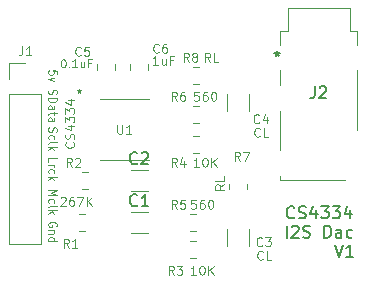
<source format=gbr>
%TF.GenerationSoftware,KiCad,Pcbnew,(6.0.7)*%
%TF.CreationDate,2023-03-19T22:57:20-05:00*%
%TF.ProjectId,CS4334wHeadphoneJack,43533433-3334-4774-9865-616470686f6e,rev?*%
%TF.SameCoordinates,Original*%
%TF.FileFunction,Legend,Top*%
%TF.FilePolarity,Positive*%
%FSLAX46Y46*%
G04 Gerber Fmt 4.6, Leading zero omitted, Abs format (unit mm)*
G04 Created by KiCad (PCBNEW (6.0.7)) date 2023-03-19 22:57:20*
%MOMM*%
%LPD*%
G01*
G04 APERTURE LIST*
%ADD10C,0.177800*%
%ADD11C,0.088900*%
%ADD12C,0.101600*%
%ADD13C,0.150000*%
%ADD14C,0.120000*%
G04 APERTURE END LIST*
D10*
X177727428Y-108256977D02*
X177679047Y-108305358D01*
X177533904Y-108353739D01*
X177437142Y-108353739D01*
X177292000Y-108305358D01*
X177195238Y-108208596D01*
X177146857Y-108111834D01*
X177098476Y-107918310D01*
X177098476Y-107773167D01*
X177146857Y-107579643D01*
X177195238Y-107482881D01*
X177292000Y-107386120D01*
X177437142Y-107337739D01*
X177533904Y-107337739D01*
X177679047Y-107386120D01*
X177727428Y-107434500D01*
X178114476Y-108305358D02*
X178259619Y-108353739D01*
X178501523Y-108353739D01*
X178598285Y-108305358D01*
X178646666Y-108256977D01*
X178695047Y-108160215D01*
X178695047Y-108063453D01*
X178646666Y-107966691D01*
X178598285Y-107918310D01*
X178501523Y-107869929D01*
X178308000Y-107821548D01*
X178211238Y-107773167D01*
X178162857Y-107724786D01*
X178114476Y-107628024D01*
X178114476Y-107531262D01*
X178162857Y-107434500D01*
X178211238Y-107386120D01*
X178308000Y-107337739D01*
X178549904Y-107337739D01*
X178695047Y-107386120D01*
X179565904Y-107676405D02*
X179565904Y-108353739D01*
X179324000Y-107289358D02*
X179082095Y-108015072D01*
X179711047Y-108015072D01*
X180001333Y-107337739D02*
X180630285Y-107337739D01*
X180291619Y-107724786D01*
X180436761Y-107724786D01*
X180533523Y-107773167D01*
X180581904Y-107821548D01*
X180630285Y-107918310D01*
X180630285Y-108160215D01*
X180581904Y-108256977D01*
X180533523Y-108305358D01*
X180436761Y-108353739D01*
X180146476Y-108353739D01*
X180049714Y-108305358D01*
X180001333Y-108256977D01*
X180968952Y-107337739D02*
X181597904Y-107337739D01*
X181259238Y-107724786D01*
X181404380Y-107724786D01*
X181501142Y-107773167D01*
X181549523Y-107821548D01*
X181597904Y-107918310D01*
X181597904Y-108160215D01*
X181549523Y-108256977D01*
X181501142Y-108305358D01*
X181404380Y-108353739D01*
X181114095Y-108353739D01*
X181017333Y-108305358D01*
X180968952Y-108256977D01*
X182468761Y-107676405D02*
X182468761Y-108353739D01*
X182226857Y-107289358D02*
X181984952Y-108015072D01*
X182613904Y-108015072D01*
X177074285Y-109989499D02*
X177074285Y-108973499D01*
X177509714Y-109070260D02*
X177558095Y-109021880D01*
X177654857Y-108973499D01*
X177896761Y-108973499D01*
X177993523Y-109021880D01*
X178041904Y-109070260D01*
X178090285Y-109167022D01*
X178090285Y-109263784D01*
X178041904Y-109408927D01*
X177461333Y-109989499D01*
X178090285Y-109989499D01*
X178477333Y-109941118D02*
X178622476Y-109989499D01*
X178864380Y-109989499D01*
X178961142Y-109941118D01*
X179009523Y-109892737D01*
X179057904Y-109795975D01*
X179057904Y-109699213D01*
X179009523Y-109602451D01*
X178961142Y-109554070D01*
X178864380Y-109505689D01*
X178670857Y-109457308D01*
X178574095Y-109408927D01*
X178525714Y-109360546D01*
X178477333Y-109263784D01*
X178477333Y-109167022D01*
X178525714Y-109070260D01*
X178574095Y-109021880D01*
X178670857Y-108973499D01*
X178912761Y-108973499D01*
X179057904Y-109021880D01*
X180267428Y-109989499D02*
X180267428Y-108973499D01*
X180509333Y-108973499D01*
X180654476Y-109021880D01*
X180751238Y-109118641D01*
X180799619Y-109215403D01*
X180848000Y-109408927D01*
X180848000Y-109554070D01*
X180799619Y-109747594D01*
X180751238Y-109844356D01*
X180654476Y-109941118D01*
X180509333Y-109989499D01*
X180267428Y-109989499D01*
X181718857Y-109989499D02*
X181718857Y-109457308D01*
X181670476Y-109360546D01*
X181573714Y-109312165D01*
X181380190Y-109312165D01*
X181283428Y-109360546D01*
X181718857Y-109941118D02*
X181622095Y-109989499D01*
X181380190Y-109989499D01*
X181283428Y-109941118D01*
X181235047Y-109844356D01*
X181235047Y-109747594D01*
X181283428Y-109650832D01*
X181380190Y-109602451D01*
X181622095Y-109602451D01*
X181718857Y-109554070D01*
X182638095Y-109941118D02*
X182541333Y-109989499D01*
X182347809Y-109989499D01*
X182251047Y-109941118D01*
X182202666Y-109892737D01*
X182154285Y-109795975D01*
X182154285Y-109505689D01*
X182202666Y-109408927D01*
X182251047Y-109360546D01*
X182347809Y-109312165D01*
X182541333Y-109312165D01*
X182638095Y-109360546D01*
D11*
X156948414Y-97450728D02*
X156915757Y-97548700D01*
X156915757Y-97711985D01*
X156948414Y-97777300D01*
X156981071Y-97809957D01*
X157046385Y-97842614D01*
X157111700Y-97842614D01*
X157177014Y-97809957D01*
X157209671Y-97777300D01*
X157242328Y-97711985D01*
X157274985Y-97581357D01*
X157307642Y-97516042D01*
X157340300Y-97483385D01*
X157405614Y-97450728D01*
X157470928Y-97450728D01*
X157536242Y-97483385D01*
X157568900Y-97516042D01*
X157601557Y-97581357D01*
X157601557Y-97744642D01*
X157568900Y-97842614D01*
X156915757Y-98136528D02*
X157601557Y-98136528D01*
X157601557Y-98299814D01*
X157568900Y-98397785D01*
X157503585Y-98463100D01*
X157438271Y-98495757D01*
X157307642Y-98528414D01*
X157209671Y-98528414D01*
X157079042Y-98495757D01*
X157013728Y-98463100D01*
X156948414Y-98397785D01*
X156915757Y-98299814D01*
X156915757Y-98136528D01*
X156915757Y-99116242D02*
X157274985Y-99116242D01*
X157340300Y-99083585D01*
X157372957Y-99018271D01*
X157372957Y-98887642D01*
X157340300Y-98822328D01*
X156948414Y-99116242D02*
X156915757Y-99050928D01*
X156915757Y-98887642D01*
X156948414Y-98822328D01*
X157013728Y-98789671D01*
X157079042Y-98789671D01*
X157144357Y-98822328D01*
X157177014Y-98887642D01*
X157177014Y-99050928D01*
X157209671Y-99116242D01*
X157372957Y-99344842D02*
X157372957Y-99606100D01*
X157601557Y-99442814D02*
X157013728Y-99442814D01*
X156948414Y-99475471D01*
X156915757Y-99540785D01*
X156915757Y-99606100D01*
X156915757Y-100128614D02*
X157274985Y-100128614D01*
X157340300Y-100095957D01*
X157372957Y-100030642D01*
X157372957Y-99900014D01*
X157340300Y-99834700D01*
X156948414Y-100128614D02*
X156915757Y-100063300D01*
X156915757Y-99900014D01*
X156948414Y-99834700D01*
X157013728Y-99802042D01*
X157079042Y-99802042D01*
X157144357Y-99834700D01*
X157177014Y-99900014D01*
X157177014Y-100063300D01*
X157209671Y-100128614D01*
X157601557Y-96168028D02*
X157601557Y-95841457D01*
X157274985Y-95808800D01*
X157307642Y-95841457D01*
X157340300Y-95906771D01*
X157340300Y-96070057D01*
X157307642Y-96135371D01*
X157274985Y-96168028D01*
X157209671Y-96200685D01*
X157046385Y-96200685D01*
X156981071Y-96168028D01*
X156948414Y-96135371D01*
X156915757Y-96070057D01*
X156915757Y-95906771D01*
X156948414Y-95841457D01*
X156981071Y-95808800D01*
X157372957Y-96429285D02*
X156915757Y-96592571D01*
X157372957Y-96755857D01*
X156948414Y-100652942D02*
X156915757Y-100750914D01*
X156915757Y-100914200D01*
X156948414Y-100979514D01*
X156981071Y-101012171D01*
X157046385Y-101044828D01*
X157111700Y-101044828D01*
X157177014Y-101012171D01*
X157209671Y-100979514D01*
X157242328Y-100914200D01*
X157274985Y-100783571D01*
X157307642Y-100718257D01*
X157340300Y-100685600D01*
X157405614Y-100652942D01*
X157470928Y-100652942D01*
X157536242Y-100685600D01*
X157568900Y-100718257D01*
X157601557Y-100783571D01*
X157601557Y-100946857D01*
X157568900Y-101044828D01*
X156948414Y-101632657D02*
X156915757Y-101567342D01*
X156915757Y-101436714D01*
X156948414Y-101371400D01*
X156981071Y-101338742D01*
X157046385Y-101306085D01*
X157242328Y-101306085D01*
X157307642Y-101338742D01*
X157340300Y-101371400D01*
X157372957Y-101436714D01*
X157372957Y-101567342D01*
X157340300Y-101632657D01*
X156915757Y-102024542D02*
X156948414Y-101959228D01*
X157013728Y-101926571D01*
X157601557Y-101926571D01*
X156915757Y-102285800D02*
X157601557Y-102285800D01*
X157177014Y-102351114D02*
X156915757Y-102547057D01*
X157372957Y-102547057D02*
X157111700Y-102285800D01*
D10*
X181168523Y-110568619D02*
X181507190Y-111584619D01*
X181845857Y-110568619D01*
X182716714Y-111584619D02*
X182136142Y-111584619D01*
X182426428Y-111584619D02*
X182426428Y-110568619D01*
X182329666Y-110713761D01*
X182232904Y-110810523D01*
X182136142Y-110858904D01*
D11*
X156915757Y-103568500D02*
X156915757Y-103241928D01*
X157601557Y-103241928D01*
X156915757Y-103797100D02*
X157372957Y-103797100D01*
X157242328Y-103797100D02*
X157307642Y-103829757D01*
X157340300Y-103862414D01*
X157372957Y-103927728D01*
X157372957Y-103993042D01*
X156948414Y-104515557D02*
X156915757Y-104450242D01*
X156915757Y-104319614D01*
X156948414Y-104254300D01*
X156981071Y-104221642D01*
X157046385Y-104188985D01*
X157242328Y-104188985D01*
X157307642Y-104221642D01*
X157340300Y-104254300D01*
X157372957Y-104319614D01*
X157372957Y-104450242D01*
X157340300Y-104515557D01*
X156915757Y-104809471D02*
X157601557Y-104809471D01*
X157177014Y-104874785D02*
X156915757Y-105070728D01*
X157372957Y-105070728D02*
X157111700Y-104809471D01*
X156915757Y-105954285D02*
X157601557Y-105954285D01*
X157111700Y-106182885D01*
X157601557Y-106411485D01*
X156915757Y-106411485D01*
X156948414Y-107031971D02*
X156915757Y-106966657D01*
X156915757Y-106836028D01*
X156948414Y-106770714D01*
X156981071Y-106738057D01*
X157046385Y-106705400D01*
X157242328Y-106705400D01*
X157307642Y-106738057D01*
X157340300Y-106770714D01*
X157372957Y-106836028D01*
X157372957Y-106966657D01*
X157340300Y-107031971D01*
X156915757Y-107423857D02*
X156948414Y-107358542D01*
X157013728Y-107325885D01*
X157601557Y-107325885D01*
X156915757Y-107685114D02*
X157601557Y-107685114D01*
X157177014Y-107750428D02*
X156915757Y-107946371D01*
X157372957Y-107946371D02*
X157111700Y-107685114D01*
X157568900Y-109033128D02*
X157601557Y-108967814D01*
X157601557Y-108869842D01*
X157568900Y-108771871D01*
X157503585Y-108706557D01*
X157438271Y-108673900D01*
X157307642Y-108641242D01*
X157209671Y-108641242D01*
X157079042Y-108673900D01*
X157013728Y-108706557D01*
X156948414Y-108771871D01*
X156915757Y-108869842D01*
X156915757Y-108935157D01*
X156948414Y-109033128D01*
X156981071Y-109065785D01*
X157209671Y-109065785D01*
X157209671Y-108935157D01*
X157372957Y-109359700D02*
X156915757Y-109359700D01*
X157307642Y-109359700D02*
X157340300Y-109392357D01*
X157372957Y-109457671D01*
X157372957Y-109555642D01*
X157340300Y-109620957D01*
X157274985Y-109653614D01*
X156915757Y-109653614D01*
X156915757Y-110274100D02*
X157601557Y-110274100D01*
X156948414Y-110274100D02*
X156915757Y-110208785D01*
X156915757Y-110078157D01*
X156948414Y-110012842D01*
X156981071Y-109980185D01*
X157046385Y-109947528D01*
X157242328Y-109947528D01*
X157307642Y-109980185D01*
X157340300Y-110012842D01*
X157372957Y-110078157D01*
X157372957Y-110208785D01*
X157340300Y-110274100D01*
D12*
%TO.C,C4*%
X174752000Y-100221142D02*
X174715714Y-100257428D01*
X174606857Y-100293714D01*
X174534285Y-100293714D01*
X174425428Y-100257428D01*
X174352857Y-100184857D01*
X174316571Y-100112285D01*
X174280285Y-99967142D01*
X174280285Y-99858285D01*
X174316571Y-99713142D01*
X174352857Y-99640571D01*
X174425428Y-99568000D01*
X174534285Y-99531714D01*
X174606857Y-99531714D01*
X174715714Y-99568000D01*
X174752000Y-99604285D01*
X175405142Y-99785714D02*
X175405142Y-100293714D01*
X175223714Y-99495428D02*
X175042285Y-100039714D01*
X175514000Y-100039714D01*
X174806428Y-101364142D02*
X174770142Y-101400428D01*
X174661285Y-101436714D01*
X174588714Y-101436714D01*
X174479857Y-101400428D01*
X174407285Y-101327857D01*
X174371000Y-101255285D01*
X174334714Y-101110142D01*
X174334714Y-101001285D01*
X174371000Y-100856142D01*
X174407285Y-100783571D01*
X174479857Y-100711000D01*
X174588714Y-100674714D01*
X174661285Y-100674714D01*
X174770142Y-100711000D01*
X174806428Y-100747285D01*
X175495857Y-101436714D02*
X175133000Y-101436714D01*
X175133000Y-100674714D01*
%TO.C,C3*%
X175006000Y-110635142D02*
X174969714Y-110671428D01*
X174860857Y-110707714D01*
X174788285Y-110707714D01*
X174679428Y-110671428D01*
X174606857Y-110598857D01*
X174570571Y-110526285D01*
X174534285Y-110381142D01*
X174534285Y-110272285D01*
X174570571Y-110127142D01*
X174606857Y-110054571D01*
X174679428Y-109982000D01*
X174788285Y-109945714D01*
X174860857Y-109945714D01*
X174969714Y-109982000D01*
X175006000Y-110018285D01*
X175260000Y-109945714D02*
X175731714Y-109945714D01*
X175477714Y-110236000D01*
X175586571Y-110236000D01*
X175659142Y-110272285D01*
X175695428Y-110308571D01*
X175731714Y-110381142D01*
X175731714Y-110562571D01*
X175695428Y-110635142D01*
X175659142Y-110671428D01*
X175586571Y-110707714D01*
X175368857Y-110707714D01*
X175296285Y-110671428D01*
X175260000Y-110635142D01*
X175060428Y-111778142D02*
X175024142Y-111814428D01*
X174915285Y-111850714D01*
X174842714Y-111850714D01*
X174733857Y-111814428D01*
X174661285Y-111741857D01*
X174625000Y-111669285D01*
X174588714Y-111524142D01*
X174588714Y-111415285D01*
X174625000Y-111270142D01*
X174661285Y-111197571D01*
X174733857Y-111125000D01*
X174842714Y-111088714D01*
X174915285Y-111088714D01*
X175024142Y-111125000D01*
X175060428Y-111161285D01*
X175749857Y-111850714D02*
X175387000Y-111850714D01*
X175387000Y-111088714D01*
D13*
%TO.C,C2*%
X164425333Y-103663142D02*
X164377714Y-103710761D01*
X164234857Y-103758380D01*
X164139619Y-103758380D01*
X163996761Y-103710761D01*
X163901523Y-103615523D01*
X163853904Y-103520285D01*
X163806285Y-103329809D01*
X163806285Y-103186952D01*
X163853904Y-102996476D01*
X163901523Y-102901238D01*
X163996761Y-102806000D01*
X164139619Y-102758380D01*
X164234857Y-102758380D01*
X164377714Y-102806000D01*
X164425333Y-102853619D01*
X164806285Y-102853619D02*
X164853904Y-102806000D01*
X164949142Y-102758380D01*
X165187238Y-102758380D01*
X165282476Y-102806000D01*
X165330095Y-102853619D01*
X165377714Y-102948857D01*
X165377714Y-103044095D01*
X165330095Y-103186952D01*
X164758666Y-103758380D01*
X165377714Y-103758380D01*
%TO.C,C1*%
X164425333Y-107219142D02*
X164377714Y-107266761D01*
X164234857Y-107314380D01*
X164139619Y-107314380D01*
X163996761Y-107266761D01*
X163901523Y-107171523D01*
X163853904Y-107076285D01*
X163806285Y-106885809D01*
X163806285Y-106742952D01*
X163853904Y-106552476D01*
X163901523Y-106457238D01*
X163996761Y-106362000D01*
X164139619Y-106314380D01*
X164234857Y-106314380D01*
X164377714Y-106362000D01*
X164425333Y-106409619D01*
X165377714Y-107314380D02*
X164806285Y-107314380D01*
X165092000Y-107314380D02*
X165092000Y-106314380D01*
X164996761Y-106457238D01*
X164901523Y-106552476D01*
X164806285Y-106600095D01*
D12*
%TO.C,R1*%
X158623000Y-110834714D02*
X158369000Y-110471857D01*
X158187571Y-110834714D02*
X158187571Y-110072714D01*
X158477857Y-110072714D01*
X158550428Y-110109000D01*
X158586714Y-110145285D01*
X158623000Y-110217857D01*
X158623000Y-110326714D01*
X158586714Y-110399285D01*
X158550428Y-110435571D01*
X158477857Y-110471857D01*
X158187571Y-110471857D01*
X159348714Y-110834714D02*
X158913285Y-110834714D01*
X159131000Y-110834714D02*
X159131000Y-110072714D01*
X159058428Y-110181571D01*
X158985857Y-110254142D01*
X158913285Y-110290428D01*
X157933571Y-106589285D02*
X157969857Y-106553000D01*
X158042428Y-106516714D01*
X158223857Y-106516714D01*
X158296428Y-106553000D01*
X158332714Y-106589285D01*
X158369000Y-106661857D01*
X158369000Y-106734428D01*
X158332714Y-106843285D01*
X157897285Y-107278714D01*
X158369000Y-107278714D01*
X159022142Y-106516714D02*
X158877000Y-106516714D01*
X158804428Y-106553000D01*
X158768142Y-106589285D01*
X158695571Y-106698142D01*
X158659285Y-106843285D01*
X158659285Y-107133571D01*
X158695571Y-107206142D01*
X158731857Y-107242428D01*
X158804428Y-107278714D01*
X158949571Y-107278714D01*
X159022142Y-107242428D01*
X159058428Y-107206142D01*
X159094714Y-107133571D01*
X159094714Y-106952142D01*
X159058428Y-106879571D01*
X159022142Y-106843285D01*
X158949571Y-106807000D01*
X158804428Y-106807000D01*
X158731857Y-106843285D01*
X158695571Y-106879571D01*
X158659285Y-106952142D01*
X159348714Y-106516714D02*
X159856714Y-106516714D01*
X159530142Y-107278714D01*
X160147000Y-107278714D02*
X160147000Y-106516714D01*
X160582428Y-107278714D02*
X160255857Y-106843285D01*
X160582428Y-106516714D02*
X160147000Y-106952142D01*
%TO.C,R8*%
X168783000Y-95086714D02*
X168529000Y-94723857D01*
X168347571Y-95086714D02*
X168347571Y-94324714D01*
X168637857Y-94324714D01*
X168710428Y-94361000D01*
X168746714Y-94397285D01*
X168783000Y-94469857D01*
X168783000Y-94578714D01*
X168746714Y-94651285D01*
X168710428Y-94687571D01*
X168637857Y-94723857D01*
X168347571Y-94723857D01*
X169218428Y-94651285D02*
X169145857Y-94615000D01*
X169109571Y-94578714D01*
X169073285Y-94506142D01*
X169073285Y-94469857D01*
X169109571Y-94397285D01*
X169145857Y-94361000D01*
X169218428Y-94324714D01*
X169363571Y-94324714D01*
X169436142Y-94361000D01*
X169472428Y-94397285D01*
X169508714Y-94469857D01*
X169508714Y-94506142D01*
X169472428Y-94578714D01*
X169436142Y-94615000D01*
X169363571Y-94651285D01*
X169218428Y-94651285D01*
X169145857Y-94687571D01*
X169109571Y-94723857D01*
X169073285Y-94796428D01*
X169073285Y-94941571D01*
X169109571Y-95014142D01*
X169145857Y-95050428D01*
X169218428Y-95086714D01*
X169363571Y-95086714D01*
X169436142Y-95050428D01*
X169472428Y-95014142D01*
X169508714Y-94941571D01*
X169508714Y-94796428D01*
X169472428Y-94723857D01*
X169436142Y-94687571D01*
X169363571Y-94651285D01*
X170615428Y-95086714D02*
X170361428Y-94723857D01*
X170180000Y-95086714D02*
X170180000Y-94324714D01*
X170470285Y-94324714D01*
X170542857Y-94361000D01*
X170579142Y-94397285D01*
X170615428Y-94469857D01*
X170615428Y-94578714D01*
X170579142Y-94651285D01*
X170542857Y-94687571D01*
X170470285Y-94723857D01*
X170180000Y-94723857D01*
X171304857Y-95086714D02*
X170942000Y-95086714D01*
X170942000Y-94324714D01*
%TO.C,R4*%
X167767000Y-103976714D02*
X167513000Y-103613857D01*
X167331571Y-103976714D02*
X167331571Y-103214714D01*
X167621857Y-103214714D01*
X167694428Y-103251000D01*
X167730714Y-103287285D01*
X167767000Y-103359857D01*
X167767000Y-103468714D01*
X167730714Y-103541285D01*
X167694428Y-103577571D01*
X167621857Y-103613857D01*
X167331571Y-103613857D01*
X168420142Y-103468714D02*
X168420142Y-103976714D01*
X168238714Y-103178428D02*
X168057285Y-103722714D01*
X168529000Y-103722714D01*
X169653857Y-103976714D02*
X169218428Y-103976714D01*
X169436142Y-103976714D02*
X169436142Y-103214714D01*
X169363571Y-103323571D01*
X169291000Y-103396142D01*
X169218428Y-103432428D01*
X170125571Y-103214714D02*
X170198142Y-103214714D01*
X170270714Y-103251000D01*
X170307000Y-103287285D01*
X170343285Y-103359857D01*
X170379571Y-103505000D01*
X170379571Y-103686428D01*
X170343285Y-103831571D01*
X170307000Y-103904142D01*
X170270714Y-103940428D01*
X170198142Y-103976714D01*
X170125571Y-103976714D01*
X170053000Y-103940428D01*
X170016714Y-103904142D01*
X169980428Y-103831571D01*
X169944142Y-103686428D01*
X169944142Y-103505000D01*
X169980428Y-103359857D01*
X170016714Y-103287285D01*
X170053000Y-103251000D01*
X170125571Y-103214714D01*
X170706142Y-103976714D02*
X170706142Y-103214714D01*
X171141571Y-103976714D02*
X170815000Y-103541285D01*
X171141571Y-103214714D02*
X170706142Y-103650142D01*
%TO.C,R6*%
X167767000Y-98388714D02*
X167513000Y-98025857D01*
X167331571Y-98388714D02*
X167331571Y-97626714D01*
X167621857Y-97626714D01*
X167694428Y-97663000D01*
X167730714Y-97699285D01*
X167767000Y-97771857D01*
X167767000Y-97880714D01*
X167730714Y-97953285D01*
X167694428Y-97989571D01*
X167621857Y-98025857D01*
X167331571Y-98025857D01*
X168420142Y-97626714D02*
X168275000Y-97626714D01*
X168202428Y-97663000D01*
X168166142Y-97699285D01*
X168093571Y-97808142D01*
X168057285Y-97953285D01*
X168057285Y-98243571D01*
X168093571Y-98316142D01*
X168129857Y-98352428D01*
X168202428Y-98388714D01*
X168347571Y-98388714D01*
X168420142Y-98352428D01*
X168456428Y-98316142D01*
X168492714Y-98243571D01*
X168492714Y-98062142D01*
X168456428Y-97989571D01*
X168420142Y-97953285D01*
X168347571Y-97917000D01*
X168202428Y-97917000D01*
X168129857Y-97953285D01*
X168093571Y-97989571D01*
X168057285Y-98062142D01*
X169635714Y-97626714D02*
X169272857Y-97626714D01*
X169236571Y-97989571D01*
X169272857Y-97953285D01*
X169345428Y-97917000D01*
X169526857Y-97917000D01*
X169599428Y-97953285D01*
X169635714Y-97989571D01*
X169672000Y-98062142D01*
X169672000Y-98243571D01*
X169635714Y-98316142D01*
X169599428Y-98352428D01*
X169526857Y-98388714D01*
X169345428Y-98388714D01*
X169272857Y-98352428D01*
X169236571Y-98316142D01*
X170325142Y-97626714D02*
X170180000Y-97626714D01*
X170107428Y-97663000D01*
X170071142Y-97699285D01*
X169998571Y-97808142D01*
X169962285Y-97953285D01*
X169962285Y-98243571D01*
X169998571Y-98316142D01*
X170034857Y-98352428D01*
X170107428Y-98388714D01*
X170252571Y-98388714D01*
X170325142Y-98352428D01*
X170361428Y-98316142D01*
X170397714Y-98243571D01*
X170397714Y-98062142D01*
X170361428Y-97989571D01*
X170325142Y-97953285D01*
X170252571Y-97917000D01*
X170107428Y-97917000D01*
X170034857Y-97953285D01*
X169998571Y-97989571D01*
X169962285Y-98062142D01*
X170869428Y-97626714D02*
X170942000Y-97626714D01*
X171014571Y-97663000D01*
X171050857Y-97699285D01*
X171087142Y-97771857D01*
X171123428Y-97917000D01*
X171123428Y-98098428D01*
X171087142Y-98243571D01*
X171050857Y-98316142D01*
X171014571Y-98352428D01*
X170942000Y-98388714D01*
X170869428Y-98388714D01*
X170796857Y-98352428D01*
X170760571Y-98316142D01*
X170724285Y-98243571D01*
X170688000Y-98098428D01*
X170688000Y-97917000D01*
X170724285Y-97771857D01*
X170760571Y-97699285D01*
X170796857Y-97663000D01*
X170869428Y-97626714D01*
%TO.C,R7*%
X173101000Y-103468714D02*
X172847000Y-103105857D01*
X172665571Y-103468714D02*
X172665571Y-102706714D01*
X172955857Y-102706714D01*
X173028428Y-102743000D01*
X173064714Y-102779285D01*
X173101000Y-102851857D01*
X173101000Y-102960714D01*
X173064714Y-103033285D01*
X173028428Y-103069571D01*
X172955857Y-103105857D01*
X172665571Y-103105857D01*
X173355000Y-102706714D02*
X173863000Y-102706714D01*
X173536428Y-103468714D01*
X171794714Y-105482571D02*
X171431857Y-105736571D01*
X171794714Y-105918000D02*
X171032714Y-105918000D01*
X171032714Y-105627714D01*
X171069000Y-105555142D01*
X171105285Y-105518857D01*
X171177857Y-105482571D01*
X171286714Y-105482571D01*
X171359285Y-105518857D01*
X171395571Y-105555142D01*
X171431857Y-105627714D01*
X171431857Y-105918000D01*
X171794714Y-104793142D02*
X171794714Y-105156000D01*
X171032714Y-105156000D01*
D13*
%TO.C,J2*%
X179452667Y-97178880D02*
X179452667Y-97893166D01*
X179405048Y-98036023D01*
X179309810Y-98131261D01*
X179166953Y-98178880D01*
X179071715Y-98178880D01*
X179881239Y-97274119D02*
X179928858Y-97226500D01*
X180024096Y-97178880D01*
X180262191Y-97178880D01*
X180357429Y-97226500D01*
X180405048Y-97274119D01*
X180452667Y-97369357D01*
X180452667Y-97464595D01*
X180405048Y-97607452D01*
X179833620Y-98178880D01*
X180452667Y-98178880D01*
X176286000Y-94198879D02*
X176286000Y-94436975D01*
X176047904Y-94341737D02*
X176286000Y-94436975D01*
X176524095Y-94341737D01*
X176143142Y-94627451D02*
X176286000Y-94436975D01*
X176428857Y-94627451D01*
D12*
%TO.C,C6*%
X166243000Y-94252142D02*
X166206714Y-94288428D01*
X166097857Y-94324714D01*
X166025285Y-94324714D01*
X165916428Y-94288428D01*
X165843857Y-94215857D01*
X165807571Y-94143285D01*
X165771285Y-93998142D01*
X165771285Y-93889285D01*
X165807571Y-93744142D01*
X165843857Y-93671571D01*
X165916428Y-93599000D01*
X166025285Y-93562714D01*
X166097857Y-93562714D01*
X166206714Y-93599000D01*
X166243000Y-93635285D01*
X166896142Y-93562714D02*
X166751000Y-93562714D01*
X166678428Y-93599000D01*
X166642142Y-93635285D01*
X166569571Y-93744142D01*
X166533285Y-93889285D01*
X166533285Y-94179571D01*
X166569571Y-94252142D01*
X166605857Y-94288428D01*
X166678428Y-94324714D01*
X166823571Y-94324714D01*
X166896142Y-94288428D01*
X166932428Y-94252142D01*
X166968714Y-94179571D01*
X166968714Y-93998142D01*
X166932428Y-93925571D01*
X166896142Y-93889285D01*
X166823571Y-93853000D01*
X166678428Y-93853000D01*
X166605857Y-93889285D01*
X166569571Y-93925571D01*
X166533285Y-93998142D01*
X166170428Y-95340714D02*
X165735000Y-95340714D01*
X165952714Y-95340714D02*
X165952714Y-94578714D01*
X165880142Y-94687571D01*
X165807571Y-94760142D01*
X165735000Y-94796428D01*
X166823571Y-94832714D02*
X166823571Y-95340714D01*
X166497000Y-94832714D02*
X166497000Y-95231857D01*
X166533285Y-95304428D01*
X166605857Y-95340714D01*
X166714714Y-95340714D01*
X166787285Y-95304428D01*
X166823571Y-95268142D01*
X167440428Y-94941571D02*
X167186428Y-94941571D01*
X167186428Y-95340714D02*
X167186428Y-94578714D01*
X167549285Y-94578714D01*
%TO.C,U1*%
X162741428Y-100420714D02*
X162741428Y-101037571D01*
X162777714Y-101110142D01*
X162814000Y-101146428D01*
X162886571Y-101182714D01*
X163031714Y-101182714D01*
X163104285Y-101146428D01*
X163140571Y-101110142D01*
X163176857Y-101037571D01*
X163176857Y-100420714D01*
X163938857Y-101182714D02*
X163503428Y-101182714D01*
X163721142Y-101182714D02*
X163721142Y-100420714D01*
X163648571Y-100529571D01*
X163576000Y-100602142D01*
X163503428Y-100638428D01*
X159022142Y-101908428D02*
X159058428Y-101944714D01*
X159094714Y-102053571D01*
X159094714Y-102126142D01*
X159058428Y-102235000D01*
X158985857Y-102307571D01*
X158913285Y-102343857D01*
X158768142Y-102380142D01*
X158659285Y-102380142D01*
X158514142Y-102343857D01*
X158441571Y-102307571D01*
X158369000Y-102235000D01*
X158332714Y-102126142D01*
X158332714Y-102053571D01*
X158369000Y-101944714D01*
X158405285Y-101908428D01*
X159058428Y-101618142D02*
X159094714Y-101509285D01*
X159094714Y-101327857D01*
X159058428Y-101255285D01*
X159022142Y-101219000D01*
X158949571Y-101182714D01*
X158877000Y-101182714D01*
X158804428Y-101219000D01*
X158768142Y-101255285D01*
X158731857Y-101327857D01*
X158695571Y-101473000D01*
X158659285Y-101545571D01*
X158623000Y-101581857D01*
X158550428Y-101618142D01*
X158477857Y-101618142D01*
X158405285Y-101581857D01*
X158369000Y-101545571D01*
X158332714Y-101473000D01*
X158332714Y-101291571D01*
X158369000Y-101182714D01*
X158586714Y-100529571D02*
X159094714Y-100529571D01*
X158296428Y-100711000D02*
X158840714Y-100892428D01*
X158840714Y-100420714D01*
X158332714Y-100203000D02*
X158332714Y-99731285D01*
X158623000Y-99985285D01*
X158623000Y-99876428D01*
X158659285Y-99803857D01*
X158695571Y-99767571D01*
X158768142Y-99731285D01*
X158949571Y-99731285D01*
X159022142Y-99767571D01*
X159058428Y-99803857D01*
X159094714Y-99876428D01*
X159094714Y-100094142D01*
X159058428Y-100166714D01*
X159022142Y-100203000D01*
X158332714Y-99477285D02*
X158332714Y-99005571D01*
X158623000Y-99259571D01*
X158623000Y-99150714D01*
X158659285Y-99078142D01*
X158695571Y-99041857D01*
X158768142Y-99005571D01*
X158949571Y-99005571D01*
X159022142Y-99041857D01*
X159058428Y-99078142D01*
X159094714Y-99150714D01*
X159094714Y-99368428D01*
X159058428Y-99441000D01*
X159022142Y-99477285D01*
X158586714Y-98352428D02*
X159094714Y-98352428D01*
X158296428Y-98533857D02*
X158840714Y-98715285D01*
X158840714Y-98243571D01*
X159512000Y-97372714D02*
X159512000Y-97554142D01*
X159330571Y-97481571D02*
X159512000Y-97554142D01*
X159693428Y-97481571D01*
X159403142Y-97699285D02*
X159512000Y-97554142D01*
X159620857Y-97699285D01*
X159512000Y-97372714D02*
X159512000Y-97554142D01*
X159330571Y-97481571D02*
X159512000Y-97554142D01*
X159693428Y-97481571D01*
X159403142Y-97699285D02*
X159512000Y-97554142D01*
X159620857Y-97699285D01*
%TO.C,R3*%
X167513000Y-113120714D02*
X167259000Y-112757857D01*
X167077571Y-113120714D02*
X167077571Y-112358714D01*
X167367857Y-112358714D01*
X167440428Y-112395000D01*
X167476714Y-112431285D01*
X167513000Y-112503857D01*
X167513000Y-112612714D01*
X167476714Y-112685285D01*
X167440428Y-112721571D01*
X167367857Y-112757857D01*
X167077571Y-112757857D01*
X167767000Y-112358714D02*
X168238714Y-112358714D01*
X167984714Y-112649000D01*
X168093571Y-112649000D01*
X168166142Y-112685285D01*
X168202428Y-112721571D01*
X168238714Y-112794142D01*
X168238714Y-112975571D01*
X168202428Y-113048142D01*
X168166142Y-113084428D01*
X168093571Y-113120714D01*
X167875857Y-113120714D01*
X167803285Y-113084428D01*
X167767000Y-113048142D01*
X169399857Y-113120714D02*
X168964428Y-113120714D01*
X169182142Y-113120714D02*
X169182142Y-112358714D01*
X169109571Y-112467571D01*
X169037000Y-112540142D01*
X168964428Y-112576428D01*
X169871571Y-112358714D02*
X169944142Y-112358714D01*
X170016714Y-112395000D01*
X170053000Y-112431285D01*
X170089285Y-112503857D01*
X170125571Y-112649000D01*
X170125571Y-112830428D01*
X170089285Y-112975571D01*
X170053000Y-113048142D01*
X170016714Y-113084428D01*
X169944142Y-113120714D01*
X169871571Y-113120714D01*
X169799000Y-113084428D01*
X169762714Y-113048142D01*
X169726428Y-112975571D01*
X169690142Y-112830428D01*
X169690142Y-112649000D01*
X169726428Y-112503857D01*
X169762714Y-112431285D01*
X169799000Y-112395000D01*
X169871571Y-112358714D01*
X170452142Y-113120714D02*
X170452142Y-112358714D01*
X170887571Y-113120714D02*
X170561000Y-112685285D01*
X170887571Y-112358714D02*
X170452142Y-112794142D01*
%TO.C,C5*%
X159639000Y-94506142D02*
X159602714Y-94542428D01*
X159493857Y-94578714D01*
X159421285Y-94578714D01*
X159312428Y-94542428D01*
X159239857Y-94469857D01*
X159203571Y-94397285D01*
X159167285Y-94252142D01*
X159167285Y-94143285D01*
X159203571Y-93998142D01*
X159239857Y-93925571D01*
X159312428Y-93853000D01*
X159421285Y-93816714D01*
X159493857Y-93816714D01*
X159602714Y-93853000D01*
X159639000Y-93889285D01*
X160328428Y-93816714D02*
X159965571Y-93816714D01*
X159929285Y-94179571D01*
X159965571Y-94143285D01*
X160038142Y-94107000D01*
X160219571Y-94107000D01*
X160292142Y-94143285D01*
X160328428Y-94179571D01*
X160364714Y-94252142D01*
X160364714Y-94433571D01*
X160328428Y-94506142D01*
X160292142Y-94542428D01*
X160219571Y-94578714D01*
X160038142Y-94578714D01*
X159965571Y-94542428D01*
X159929285Y-94506142D01*
D11*
X158131328Y-94874442D02*
X158196642Y-94874442D01*
X158261957Y-94907100D01*
X158294614Y-94939757D01*
X158327271Y-95005071D01*
X158359928Y-95135700D01*
X158359928Y-95298985D01*
X158327271Y-95429614D01*
X158294614Y-95494928D01*
X158261957Y-95527585D01*
X158196642Y-95560242D01*
X158131328Y-95560242D01*
X158066014Y-95527585D01*
X158033357Y-95494928D01*
X158000700Y-95429614D01*
X157968042Y-95298985D01*
X157968042Y-95135700D01*
X158000700Y-95005071D01*
X158033357Y-94939757D01*
X158066014Y-94907100D01*
X158131328Y-94874442D01*
X158653842Y-95494928D02*
X158686500Y-95527585D01*
X158653842Y-95560242D01*
X158621185Y-95527585D01*
X158653842Y-95494928D01*
X158653842Y-95560242D01*
X159339642Y-95560242D02*
X158947757Y-95560242D01*
X159143700Y-95560242D02*
X159143700Y-94874442D01*
X159078385Y-94972414D01*
X159013071Y-95037728D01*
X158947757Y-95070385D01*
X159927471Y-95103042D02*
X159927471Y-95560242D01*
X159633557Y-95103042D02*
X159633557Y-95462271D01*
X159666214Y-95527585D01*
X159731528Y-95560242D01*
X159829500Y-95560242D01*
X159894814Y-95527585D01*
X159927471Y-95494928D01*
X160482642Y-95201014D02*
X160254042Y-95201014D01*
X160254042Y-95560242D02*
X160254042Y-94874442D01*
X160580614Y-94874442D01*
D12*
%TO.C,R5*%
X167767000Y-107532714D02*
X167513000Y-107169857D01*
X167331571Y-107532714D02*
X167331571Y-106770714D01*
X167621857Y-106770714D01*
X167694428Y-106807000D01*
X167730714Y-106843285D01*
X167767000Y-106915857D01*
X167767000Y-107024714D01*
X167730714Y-107097285D01*
X167694428Y-107133571D01*
X167621857Y-107169857D01*
X167331571Y-107169857D01*
X168456428Y-106770714D02*
X168093571Y-106770714D01*
X168057285Y-107133571D01*
X168093571Y-107097285D01*
X168166142Y-107061000D01*
X168347571Y-107061000D01*
X168420142Y-107097285D01*
X168456428Y-107133571D01*
X168492714Y-107206142D01*
X168492714Y-107387571D01*
X168456428Y-107460142D01*
X168420142Y-107496428D01*
X168347571Y-107532714D01*
X168166142Y-107532714D01*
X168093571Y-107496428D01*
X168057285Y-107460142D01*
X169381714Y-106770714D02*
X169018857Y-106770714D01*
X168982571Y-107133571D01*
X169018857Y-107097285D01*
X169091428Y-107061000D01*
X169272857Y-107061000D01*
X169345428Y-107097285D01*
X169381714Y-107133571D01*
X169418000Y-107206142D01*
X169418000Y-107387571D01*
X169381714Y-107460142D01*
X169345428Y-107496428D01*
X169272857Y-107532714D01*
X169091428Y-107532714D01*
X169018857Y-107496428D01*
X168982571Y-107460142D01*
X170071142Y-106770714D02*
X169926000Y-106770714D01*
X169853428Y-106807000D01*
X169817142Y-106843285D01*
X169744571Y-106952142D01*
X169708285Y-107097285D01*
X169708285Y-107387571D01*
X169744571Y-107460142D01*
X169780857Y-107496428D01*
X169853428Y-107532714D01*
X169998571Y-107532714D01*
X170071142Y-107496428D01*
X170107428Y-107460142D01*
X170143714Y-107387571D01*
X170143714Y-107206142D01*
X170107428Y-107133571D01*
X170071142Y-107097285D01*
X169998571Y-107061000D01*
X169853428Y-107061000D01*
X169780857Y-107097285D01*
X169744571Y-107133571D01*
X169708285Y-107206142D01*
X170615428Y-106770714D02*
X170688000Y-106770714D01*
X170760571Y-106807000D01*
X170796857Y-106843285D01*
X170833142Y-106915857D01*
X170869428Y-107061000D01*
X170869428Y-107242428D01*
X170833142Y-107387571D01*
X170796857Y-107460142D01*
X170760571Y-107496428D01*
X170688000Y-107532714D01*
X170615428Y-107532714D01*
X170542857Y-107496428D01*
X170506571Y-107460142D01*
X170470285Y-107387571D01*
X170434000Y-107242428D01*
X170434000Y-107061000D01*
X170470285Y-106915857D01*
X170506571Y-106843285D01*
X170542857Y-106807000D01*
X170615428Y-106770714D01*
%TO.C,J1*%
X154686000Y-93772714D02*
X154686000Y-94317000D01*
X154649714Y-94425857D01*
X154577142Y-94498428D01*
X154468285Y-94534714D01*
X154395714Y-94534714D01*
X155448000Y-94534714D02*
X155012571Y-94534714D01*
X155230285Y-94534714D02*
X155230285Y-93772714D01*
X155157714Y-93881571D01*
X155085142Y-93954142D01*
X155012571Y-93990428D01*
%TO.C,R2*%
X158877000Y-103976714D02*
X158623000Y-103613857D01*
X158441571Y-103976714D02*
X158441571Y-103214714D01*
X158731857Y-103214714D01*
X158804428Y-103251000D01*
X158840714Y-103287285D01*
X158877000Y-103359857D01*
X158877000Y-103468714D01*
X158840714Y-103541285D01*
X158804428Y-103577571D01*
X158731857Y-103613857D01*
X158441571Y-103613857D01*
X159167285Y-103287285D02*
X159203571Y-103251000D01*
X159276142Y-103214714D01*
X159457571Y-103214714D01*
X159530142Y-103251000D01*
X159566428Y-103287285D01*
X159602714Y-103359857D01*
X159602714Y-103432428D01*
X159566428Y-103541285D01*
X159131000Y-103976714D01*
X159602714Y-103976714D01*
D14*
%TO.C,C4*%
X172064000Y-99263252D02*
X172064000Y-97840748D01*
X173884000Y-99263252D02*
X173884000Y-97840748D01*
%TO.C,C3*%
X173884000Y-109270748D02*
X173884000Y-110693252D01*
X172064000Y-109270748D02*
X172064000Y-110693252D01*
%TO.C,C2*%
X163880748Y-104246000D02*
X165303252Y-104246000D01*
X163880748Y-106066000D02*
X165303252Y-106066000D01*
%TO.C,C1*%
X163880748Y-107802000D02*
X165303252Y-107802000D01*
X163880748Y-109622000D02*
X165303252Y-109622000D01*
%TO.C,R1*%
X159993064Y-109447000D02*
X159538936Y-109447000D01*
X159993064Y-107977000D02*
X159538936Y-107977000D01*
%TO.C,R8*%
X169645064Y-97001000D02*
X169190936Y-97001000D01*
X169645064Y-95531000D02*
X169190936Y-95531000D01*
%TO.C,R4*%
X169190936Y-101373000D02*
X169645064Y-101373000D01*
X169190936Y-102843000D02*
X169645064Y-102843000D01*
%TO.C,R6*%
X169190936Y-98833000D02*
X169645064Y-98833000D01*
X169190936Y-100303000D02*
X169645064Y-100303000D01*
%TO.C,R7*%
X172239000Y-105891064D02*
X172239000Y-105436936D01*
X173709000Y-105891064D02*
X173709000Y-105436936D01*
%TO.C,J2*%
X176509401Y-102564461D02*
X176509401Y-99228540D01*
X176509401Y-102208541D02*
X176509401Y-102564461D01*
X176509401Y-97064460D02*
X176509401Y-95828539D01*
X176509401Y-99228540D02*
X176509401Y-100044461D01*
X176509401Y-104728541D02*
X176509401Y-105067100D01*
X176509401Y-95828539D02*
X176509401Y-96644460D01*
X183062601Y-100044461D02*
X183062601Y-98808540D01*
X176951361Y-92519500D02*
X176509401Y-92519500D01*
X183062601Y-92519500D02*
X182620641Y-92519500D01*
X181997443Y-105067100D02*
X176509401Y-105067100D01*
X183062601Y-96644460D02*
X183062601Y-95828539D01*
X183062601Y-92519500D02*
X183062601Y-93664459D01*
X176509401Y-92519500D02*
X177157101Y-92519500D01*
X182414901Y-90512900D02*
X182414901Y-92519500D01*
X183062601Y-95828539D02*
X183062601Y-100864460D01*
X176509401Y-92519500D02*
X176509401Y-93244459D01*
X177157101Y-90512900D02*
X182414901Y-90512900D01*
X176509401Y-93664459D02*
X176509401Y-92519500D01*
X177157101Y-92519500D02*
X177157101Y-90512900D01*
X176509401Y-105067100D02*
X181997443Y-105067100D01*
X182414901Y-92519500D02*
X183062601Y-92519500D01*
X176509401Y-105067100D02*
X176509401Y-104728541D01*
X183062601Y-93244459D02*
X183062601Y-92519500D01*
%TO.C,C6*%
X163857000Y-95765252D02*
X163857000Y-95242748D01*
X165327000Y-95765252D02*
X165327000Y-95242748D01*
%TO.C,U1*%
X161239200Y-103416100D02*
X165404800Y-103416100D01*
X165404800Y-98259900D02*
X161239200Y-98259900D01*
%TO.C,R3*%
X168936936Y-110263000D02*
X169391064Y-110263000D01*
X168936936Y-111733000D02*
X169391064Y-111733000D01*
%TO.C,C5*%
X161063000Y-95765252D02*
X161063000Y-95242748D01*
X162533000Y-95765252D02*
X162533000Y-95242748D01*
%TO.C,R5*%
X168936936Y-107977000D02*
X169391064Y-107977000D01*
X168936936Y-109447000D02*
X169391064Y-109447000D01*
%TO.C,J1*%
X153610000Y-97790000D02*
X153610000Y-110550000D01*
X153610000Y-97790000D02*
X156270000Y-97790000D01*
X153610000Y-95190000D02*
X154940000Y-95190000D01*
X156270000Y-97790000D02*
X156270000Y-110550000D01*
X153610000Y-96520000D02*
X153610000Y-95190000D01*
X153610000Y-110550000D02*
X156270000Y-110550000D01*
%TO.C,R2*%
X160247064Y-104421000D02*
X159792936Y-104421000D01*
X160247064Y-105891000D02*
X159792936Y-105891000D01*
%TD*%
M02*

</source>
